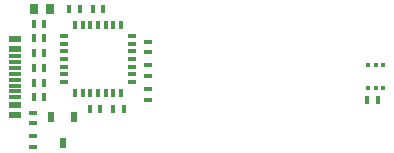
<source format=gtp>
G04*
G04 #@! TF.GenerationSoftware,Altium Limited,Altium Designer,24.4.1 (13)*
G04*
G04 Layer_Color=8421504*
%FSLAX44Y44*%
%MOMM*%
G71*
G04*
G04 #@! TF.SameCoordinates,FBB8034B-2DAB-42A6-95D9-ED54450D3511*
G04*
G04*
G04 #@! TF.FilePolarity,Positive*
G04*
G01*
G75*
%ADD12R,0.4000X0.7000*%
%ADD13R,0.3000X0.4500*%
%ADD14R,0.7000X0.4000*%
%ADD15R,0.7000X0.9000*%
%ADD16R,0.3500X0.8000*%
%ADD17R,0.8000X0.3500*%
%ADD18R,1.0000X0.3000*%
%ADD19R,1.0000X0.6000*%
%ADD20R,0.6000X0.9000*%
D12*
X377000Y50000D02*
D03*
X368000D02*
D03*
X85500Y115000D02*
D03*
X94500D02*
D03*
X162000Y42500D02*
D03*
X153000D02*
D03*
X115500Y127500D02*
D03*
X124500D02*
D03*
X144500Y127500D02*
D03*
X135500D02*
D03*
X142000Y42500D02*
D03*
X133000D02*
D03*
X94500Y77500D02*
D03*
X85500D02*
D03*
X94500Y65000D02*
D03*
X85500D02*
D03*
X94500Y102500D02*
D03*
X85500D02*
D03*
Y52500D02*
D03*
X94500D02*
D03*
X85500Y90000D02*
D03*
X94500D02*
D03*
D13*
X381500Y60250D02*
D03*
X375000D02*
D03*
X368500D02*
D03*
Y79750D02*
D03*
X375000D02*
D03*
X381500D02*
D03*
D14*
X182500Y70500D02*
D03*
Y79500D02*
D03*
Y50500D02*
D03*
Y59500D02*
D03*
Y99500D02*
D03*
Y90500D02*
D03*
X85000Y39500D02*
D03*
Y30500D02*
D03*
Y10500D02*
D03*
Y19500D02*
D03*
D15*
X99000Y127500D02*
D03*
X86000D02*
D03*
D16*
X159500Y56500D02*
D03*
X146500D02*
D03*
X140000D02*
D03*
X133500D02*
D03*
X127000D02*
D03*
X120500D02*
D03*
X120500Y113500D02*
D03*
X127000D02*
D03*
X133500D02*
D03*
X140000D02*
D03*
X146500D02*
D03*
X153000D02*
D03*
X159500D02*
D03*
X153000Y56500D02*
D03*
D17*
X111500Y65500D02*
D03*
Y72000D02*
D03*
Y78500D02*
D03*
Y85000D02*
D03*
Y91500D02*
D03*
Y98000D02*
D03*
Y104500D02*
D03*
X168500D02*
D03*
Y98000D02*
D03*
Y91500D02*
D03*
Y85000D02*
D03*
Y78500D02*
D03*
Y72000D02*
D03*
Y65500D02*
D03*
D18*
X70000Y72500D02*
D03*
Y67500D02*
D03*
Y62500D02*
D03*
Y57500D02*
D03*
Y52500D02*
D03*
Y77500D02*
D03*
Y82500D02*
D03*
Y87500D02*
D03*
D19*
Y46000D02*
D03*
Y38000D02*
D03*
Y93500D02*
D03*
Y102000D02*
D03*
D20*
X100500Y36000D02*
D03*
X119500D02*
D03*
X110000Y14000D02*
D03*
M02*

</source>
